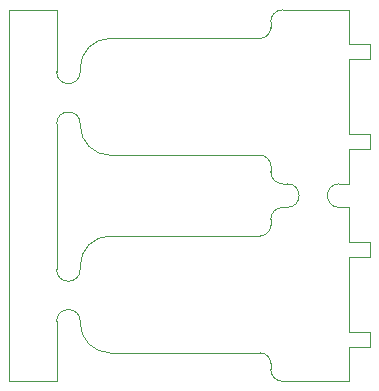
<source format=gbr>
%TF.GenerationSoftware,KiCad,Pcbnew,(5.1.9-0-10_14)*%
%TF.CreationDate,2021-03-23T19:07:49+01:00*%
%TF.ProjectId,itho_rv_sensor,6974686f-5f72-4765-9f73-656e736f722e,rev?*%
%TF.SameCoordinates,Original*%
%TF.FileFunction,Profile,NP*%
%FSLAX46Y46*%
G04 Gerber Fmt 4.6, Leading zero omitted, Abs format (unit mm)*
G04 Created by KiCad (PCBNEW (5.1.9-0-10_14)) date 2021-03-23 19:07:49*
%MOMM*%
%LPD*%
G01*
G04 APERTURE LIST*
%TA.AperFunction,Profile*%
%ADD10C,0.050000*%
%TD*%
G04 APERTURE END LIST*
D10*
X112173000Y-78012000D02*
X108176000Y-78012000D01*
X112173000Y-83265000D02*
X112173000Y-78012000D01*
X108173000Y-109475000D02*
X108176000Y-78012000D01*
X112173000Y-109475000D02*
X108173000Y-109475000D01*
X112173000Y-109475000D02*
X112173000Y-109395000D01*
X112173000Y-104395000D02*
X112173000Y-109395000D01*
X112173000Y-99995000D02*
X112173000Y-87665000D01*
X130302000Y-96266000D02*
G75*
G02*
X129413000Y-97155000I-889000J0D01*
G01*
X130302000Y-108458000D02*
X130302000Y-107950000D01*
X114173000Y-104395000D02*
X114173000Y-104521000D01*
X136906000Y-94742000D02*
X136106000Y-94744000D01*
X114173000Y-99695000D02*
X114173000Y-99995000D01*
X131318000Y-109474000D02*
X131706000Y-109474000D01*
X114173000Y-99695000D02*
G75*
G02*
X116713000Y-97155000I2540000J0D01*
G01*
X116713000Y-97155000D02*
X129413000Y-97155000D01*
X116713000Y-107061000D02*
G75*
G02*
X114173000Y-104521000I0J2540000D01*
G01*
X129413000Y-107061000D02*
X116713000Y-107061000D01*
X136906000Y-109474000D02*
X136906000Y-106553000D01*
X136906000Y-106553000D02*
X138684000Y-106553000D01*
X138684000Y-106553000D02*
X138684000Y-105283000D01*
X138684000Y-105283000D02*
X136906000Y-105283000D01*
X136906000Y-105283000D02*
X136906000Y-98933000D01*
X136906000Y-98933000D02*
X138684000Y-98933000D01*
X138684000Y-98933000D02*
X138684000Y-97663000D01*
X138684000Y-97663000D02*
X136906000Y-97663000D01*
X136906000Y-97663000D02*
X136906000Y-94742000D01*
X112173000Y-104395000D02*
G75*
G02*
X114173000Y-104395000I1000000J0D01*
G01*
X114173000Y-99995000D02*
G75*
G02*
X112173000Y-99995000I-1000000J0D01*
G01*
X131706000Y-94742000D02*
X131318000Y-94742000D01*
X131706000Y-92742000D02*
G75*
G02*
X131706000Y-94742000I0J-1000000D01*
G01*
X130302000Y-107950000D02*
G75*
G03*
X129413000Y-107061000I-889000J0D01*
G01*
X130302000Y-108458000D02*
G75*
G03*
X131318000Y-109474000I1016000J0D01*
G01*
X130302000Y-95758000D02*
G75*
G02*
X131318000Y-94742000I1016000J0D01*
G01*
X130302000Y-95758000D02*
X130302000Y-96266000D01*
X131706000Y-109474000D02*
X136906000Y-109474000D01*
X136106000Y-92744000D02*
X136906000Y-92744000D01*
X136106000Y-94744000D02*
G75*
G02*
X136106000Y-92744000I0J1000000D01*
G01*
X114173000Y-87665000D02*
X114173000Y-87791000D01*
X114173000Y-82965000D02*
X114173000Y-83265000D01*
X112173000Y-87665000D02*
G75*
G02*
X114173000Y-87665000I1000000J0D01*
G01*
X114173000Y-83265000D02*
G75*
G02*
X112173000Y-83265000I-1000000J0D01*
G01*
X136906000Y-78012000D02*
X131318000Y-78012000D01*
X130302000Y-91220000D02*
G75*
G03*
X129413000Y-90331000I-889000J0D01*
G01*
X130302000Y-91728000D02*
G75*
G03*
X131318000Y-92744000I1016000J0D01*
G01*
X130302000Y-91728000D02*
X130302000Y-91220000D01*
X130302000Y-79028000D02*
X130302000Y-79536000D01*
X130302000Y-79536000D02*
G75*
G02*
X129413000Y-80425000I-889000J0D01*
G01*
X130302000Y-79028000D02*
G75*
G02*
X131318000Y-78012000I1016000J0D01*
G01*
X136906000Y-80933000D02*
X136906000Y-78012000D01*
X138684000Y-80933000D02*
X136906000Y-80933000D01*
X138684000Y-82203000D02*
X138684000Y-80933000D01*
X136906000Y-82203000D02*
X138684000Y-82203000D01*
X136906000Y-88553000D02*
X136906000Y-82203000D01*
X138684000Y-88553000D02*
X136906000Y-88553000D01*
X138684000Y-89823000D02*
X138684000Y-88553000D01*
X136906000Y-89823000D02*
X138684000Y-89823000D01*
X136906000Y-92744000D02*
X136906000Y-89823000D01*
X129413000Y-90331000D02*
X116713000Y-90331000D01*
X116713000Y-90331000D02*
G75*
G02*
X114173000Y-87791000I0J2540000D01*
G01*
X116713000Y-80425000D02*
X129413000Y-80425000D01*
X114173000Y-82965000D02*
G75*
G02*
X116713000Y-80425000I2540000J0D01*
G01*
X131318000Y-92744000D02*
X131706000Y-92742000D01*
M02*

</source>
